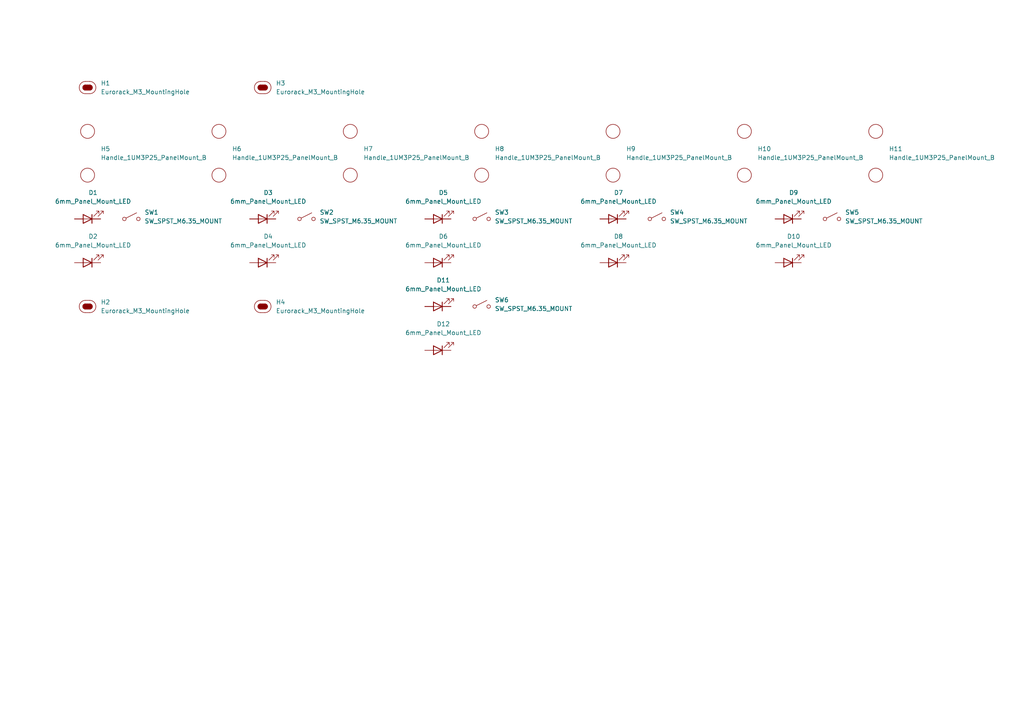
<source format=kicad_sch>
(kicad_sch (version 20250114) (generator "eeschema") (generator_version "9.0")
  (paper "A4")
  (lib_symbols
    (symbol "EXC:6mm_Panel_Mount_LED" (pin_numbers (hide yes)) (pin_names (offset 1.016) (hide yes))
      (property "Reference" "D" (at 0 2.54 0))
      (property "Value" "6mm_Panel_Mount_LED" (at 0 -3.556 0))
      (symbol "6mm_Panel_Mount_LED_0_1"
        (polyline (pts (xy -1.27 1.27) (xy -1.27 -1.27) (xy 1.27 0) (xy -1.27 1.27)) (stroke (width 0.254)))
        (polyline (pts (xy 1.27 1.27) (xy 1.27 -1.27)) (stroke (width 0.254)))
        (polyline (pts (xy 1.27 0) (xy -1.27 0)))
        (polyline (pts (xy 1.778 0.762) (xy 3.302 2.286) (xy 2.54 2.286) (xy 3.302 2.286) (xy 3.302 1.524)))
        (polyline (pts (xy 3.048 0.762) (xy 4.572 2.286) (xy 3.81 2.286) (xy 4.572 2.286) (xy 4.572 1.524)))
      )
      (symbol "6mm_Panel_Mount_LED_1_1"
        (pin passive line (at -3.81 0 0) (length 2.54) (name "A") (number "2"))
        (pin passive line (at 3.81 0 180) (length 2.54) (name "K") (number "1"))
      )
    )
    (symbol "EXC:Eurorack_M3_MountingHole" (pin_names (offset 1.016))
      (property "Reference" "H" (at 0 5.08 0))
      (property "Value" "Eurorack_M3_MountingHole" (at 0 3.175 0))
      (symbol "Eurorack_M3_MountingHole_0_1"
        (polyline (pts (xy -0.635 0.762) (xy 0.635 0.762)))
        (circle (center -0.635 0) (radius 0.762) (fill (type outline)))
        (arc (start -0.635 -0.762) (mid -1.397 0) (end -0.635 0.762))
        (arc (start -0.635 -1.778) (mid -2.413 0) (end -0.635 1.778))
        (polyline (pts (xy -0.635 -0.762) (xy 0.635 -0.762)))
        (polyline (pts (xy -0.635 -1.778) (xy 0.635 -1.778)))
        (circle (center 0 0) (radius 0.762) (fill (type outline)))
        (polyline (pts (xy 0.635 1.778) (xy -0.635 1.778)))
        (arc (start 0.6141 1.778) (mid 2.4131 0) (end 0.6141 -1.778))
        (arc (start 0.6227 0.762) (mid 1.3971 0) (end 0.6227 -0.762))
        (circle (center 0.635 0) (radius 0.762) (fill (type outline)))
      )
    )
    (symbol "EXC:Handle_1UM3P25_B"
      (property "Reference" "H" (at 0 -6.35 0))
      (property "Value" "Handle_1UM3P25_PanelMount_B" (at 0.254 -17.018 0))
      (symbol "Handle_1UM3P25_B_0_1"
        (circle (center 0 0) (radius 2.032))
        (circle (center 0 -12.7) (radius 2.032))
      )
    )
    (symbol "EXC:SW_SPDT-M6.35_Panel_Mount" (pin_names (offset 0) (hide yes))
      (property "Reference" "SW" (at 0 3.175 0))
      (property "Value" "SW_SPST_M6.35_MOUNT" (at 0 -2.032 0))
      (symbol "SW_SPDT-M6.35_Panel_Mount_0_0"
        (circle (center -2.032 0) (radius 0.508))
        (polyline (pts (xy -1.524 0.254) (xy 1.524 1.778)))
        (circle (center 2.032 0) (radius 0.508))
      )
    )
  )
  (symbol (lib_id "EXC:Eurorack_M3_MountingHole") (at 76.2 88.9 0) (unit 1)
    (property "Reference" "H4" (at 80.01 87.6299 0) (effects (justify left)))
    (property "Value" "Eurorack_M3_MountingHole" (at 80.01 90.1699 0) (effects (justify left)))
    (property "Footprint" "EXC:MountingHole_3.2mm_M3" (effects (hide yes)))
    (property "Description" "Mounting Hole without connection" (effects (hide yes)))
  )
  (symbol (lib_id "EXC:6mm_Panel_Mount_LED") (at 25.4 76.2 0) (unit 1)
    (property "Reference" "D2" (at 26.9875 68.58 0))
    (property "Value" "6mm_Panel_Mount_LED" (at 26.9875 71.12 0))
    (property "Footprint" "EXC:6mm_Panel_Mount_LED" (effects (hide yes)))
    (property "Description" "Light emitting diode" (effects (hide yes)))
  )
  (symbol (lib_id "EXC:Handle_1UM3P25_B") (at 215.9 38.1 0) (unit 1)
    (property "Reference" "H10" (at 219.71 43.1799 0) (effects (justify left)))
    (property "Value" "Handle_1UM3P25_PanelMount_B" (at 219.71 45.7199 0) (effects (justify left)))
    (property "Footprint" "EXC:Handle_1UM3P25_B" (effects (hide yes)))
  )
  (symbol (lib_id "EXC:SW_SPDT-M6.35_Panel_Mount") (at 139.7 88.9 0) (unit 1)
    (property "Reference" "SW6" (at 143.51 86.9949 0) (effects (justify left)))
    (property "Value" "SW_SPST_M6.35_MOUNT" (at 143.51 89.5349 0) (effects (justify left)))
    (property "Footprint" "EXC:SW_SPDT_M6.35_Panel_Mount" (effects (hide yes)))
    (property "Datasheet" "https://ae01.alicdn.com/kf/S30ba4cd8ca6748179fcb108112fb1d3fP.jpg" (effects (hide yes)))
    (property "Description" "Single Pole Dual-Throw (SPDT) M6.35 panel-mount switch" (effects (hide yes)))
    (property "Source" "https://www.aliexpress.com/item/4000512396094.html" (effects (hide yes)))
  )
  (symbol (lib_id "EXC:Handle_1UM3P25_B") (at 101.6 38.1 0) (unit 1)
    (property "Reference" "H7" (at 105.41 43.1799 0) (effects (justify left)))
    (property "Value" "Handle_1UM3P25_PanelMount_B" (at 105.41 45.7199 0) (effects (justify left)))
    (property "Footprint" "EXC:Handle_1UM3P25_B" (effects (hide yes)))
  )
  (symbol (lib_id "EXC:6mm_Panel_Mount_LED") (at 76.2 63.5 0) (unit 1)
    (property "Reference" "D3" (at 77.7875 55.88 0))
    (property "Value" "6mm_Panel_Mount_LED" (at 77.7875 58.42 0))
    (property "Footprint" "EXC:6mm_Panel_Mount_LED" (effects (hide yes)))
    (property "Description" "Light emitting diode" (effects (hide yes)))
  )
  (symbol (lib_id "EXC:SW_SPDT-M6.35_Panel_Mount") (at 88.9 63.5 0) (unit 1)
    (property "Reference" "SW2" (at 92.71 61.5949 0) (effects (justify left)))
    (property "Value" "SW_SPST_M6.35_MOUNT" (at 92.71 64.1349 0) (effects (justify left)))
    (property "Footprint" "EXC:SW_SPDT_M6.35_Panel_Mount" (effects (hide yes)))
    (property "Datasheet" "https://ae01.alicdn.com/kf/S30ba4cd8ca6748179fcb108112fb1d3fP.jpg" (effects (hide yes)))
    (property "Description" "Single Pole Dual-Throw (SPDT) M6.35 panel-mount switch" (effects (hide yes)))
    (property "Source" "https://www.aliexpress.com/item/4000512396094.html" (effects (hide yes)))
  )
  (symbol (lib_id "EXC:6mm_Panel_Mount_LED") (at 127 88.9 0) (unit 1)
    (property "Reference" "D11" (at 128.5875 81.28 0))
    (property "Value" "6mm_Panel_Mount_LED" (at 128.5875 83.82 0))
    (property "Footprint" "EXC:6mm_Panel_Mount_LED" (effects (hide yes)))
    (property "Description" "Light emitting diode" (effects (hide yes)))
  )
  (symbol (lib_id "EXC:6mm_Panel_Mount_LED") (at 76.2 76.2 0) (unit 1)
    (property "Reference" "D4" (at 77.7875 68.58 0))
    (property "Value" "6mm_Panel_Mount_LED" (at 77.7875 71.12 0))
    (property "Footprint" "EXC:6mm_Panel_Mount_LED" (effects (hide yes)))
    (property "Description" "Light emitting diode" (effects (hide yes)))
  )
  (symbol (lib_id "EXC:6mm_Panel_Mount_LED") (at 25.4 63.5 0) (unit 1)
    (property "Reference" "D1" (at 26.9875 55.88 0))
    (property "Value" "6mm_Panel_Mount_LED" (at 26.9875 58.42 0))
    (property "Footprint" "EXC:6mm_Panel_Mount_LED" (effects (hide yes)))
    (property "Description" "Light emitting diode" (effects (hide yes)))
  )
  (symbol (lib_id "EXC:6mm_Panel_Mount_LED") (at 127 101.6 0) (unit 1)
    (property "Reference" "D12" (at 128.5875 93.98 0))
    (property "Value" "6mm_Panel_Mount_LED" (at 128.5875 96.52 0))
    (property "Footprint" "EXC:6mm_Panel_Mount_LED" (effects (hide yes)))
    (property "Description" "Light emitting diode" (effects (hide yes)))
  )
  (symbol (lib_id "EXC:6mm_Panel_Mount_LED") (at 228.6 76.2 0) (unit 1)
    (property "Reference" "D10" (at 230.1875 68.58 0))
    (property "Value" "6mm_Panel_Mount_LED" (at 230.1875 71.12 0))
    (property "Footprint" "EXC:6mm_Panel_Mount_LED" (effects (hide yes)))
    (property "Description" "Light emitting diode" (effects (hide yes)))
  )
  (symbol (lib_id "EXC:Handle_1UM3P25_B") (at 139.7 38.1 0) (unit 1)
    (property "Reference" "H8" (at 143.51 43.1799 0) (effects (justify left)))
    (property "Value" "Handle_1UM3P25_PanelMount_B" (at 143.51 45.7199 0) (effects (justify left)))
    (property "Footprint" "EXC:Handle_1UM3P25_B" (effects (hide yes)))
  )
  (symbol (lib_id "EXC:SW_SPDT-M6.35_Panel_Mount") (at 241.3 63.5 0) (unit 1)
    (property "Reference" "SW5" (at 245.11 61.5949 0) (effects (justify left)))
    (property "Value" "SW_SPST_M6.35_MOUNT" (at 245.11 64.1349 0) (effects (justify left)))
    (property "Footprint" "EXC:SW_SPDT_M6.35_Panel_Mount" (effects (hide yes)))
    (property "Datasheet" "https://ae01.alicdn.com/kf/S30ba4cd8ca6748179fcb108112fb1d3fP.jpg" (effects (hide yes)))
    (property "Description" "Single Pole Dual-Throw (SPDT) M6.35 panel-mount switch" (effects (hide yes)))
    (property "Source" "https://www.aliexpress.com/item/4000512396094.html" (effects (hide yes)))
  )
  (symbol (lib_id "EXC:SW_SPDT-M6.35_Panel_Mount") (at 139.7 63.5 0) (unit 1)
    (property "Reference" "SW3" (at 143.51 61.5949 0) (effects (justify left)))
    (property "Value" "SW_SPST_M6.35_MOUNT" (at 143.51 64.1349 0) (effects (justify left)))
    (property "Footprint" "EXC:SW_SPDT_M6.35_Panel_Mount" (effects (hide yes)))
    (property "Datasheet" "https://ae01.alicdn.com/kf/S30ba4cd8ca6748179fcb108112fb1d3fP.jpg" (effects (hide yes)))
    (property "Description" "Single Pole Dual-Throw (SPDT) M6.35 panel-mount switch" (effects (hide yes)))
    (property "Source" "https://www.aliexpress.com/item/4000512396094.html" (effects (hide yes)))
  )
  (symbol (lib_id "EXC:Eurorack_M3_MountingHole") (at 25.4 88.9 0) (unit 1)
    (property "Reference" "H2" (at 29.21 87.6299 0) (effects (justify left)))
    (property "Value" "Eurorack_M3_MountingHole" (at 29.21 90.1699 0) (effects (justify left)))
    (property "Footprint" "EXC:MountingHole_3.2mm_M3" (effects (hide yes)))
    (property "Description" "Mounting Hole without connection" (effects (hide yes)))
  )
  (symbol (lib_id "EXC:SW_SPDT-M6.35_Panel_Mount") (at 190.5 63.5 0) (unit 1)
    (property "Reference" "SW4" (at 194.31 61.5949 0) (effects (justify left)))
    (property "Value" "SW_SPST_M6.35_MOUNT" (at 194.31 64.1349 0) (effects (justify left)))
    (property "Footprint" "EXC:SW_SPDT_M6.35_Panel_Mount" (effects (hide yes)))
    (property "Datasheet" "https://ae01.alicdn.com/kf/S30ba4cd8ca6748179fcb108112fb1d3fP.jpg" (effects (hide yes)))
    (property "Description" "Single Pole Dual-Throw (SPDT) M6.35 panel-mount switch" (effects (hide yes)))
    (property "Source" "https://www.aliexpress.com/item/4000512396094.html" (effects (hide yes)))
  )
  (symbol (lib_id "EXC:6mm_Panel_Mount_LED") (at 127 76.2 0) (unit 1)
    (property "Reference" "D6" (at 128.5875 68.58 0))
    (property "Value" "6mm_Panel_Mount_LED" (at 128.5875 71.12 0))
    (property "Footprint" "EXC:6mm_Panel_Mount_LED" (effects (hide yes)))
    (property "Description" "Light emitting diode" (effects (hide yes)))
  )
  (symbol (lib_id "EXC:Handle_1UM3P25_B") (at 63.5 38.1 0) (unit 1)
    (property "Reference" "H6" (at 67.31 43.1799 0) (effects (justify left)))
    (property "Value" "Handle_1UM3P25_PanelMount_B" (at 67.31 45.7199 0) (effects (justify left)))
    (property "Footprint" "EXC:Handle_1UM3P25_B" (effects (hide yes)))
  )
  (symbol (lib_id "EXC:Handle_1UM3P25_B") (at 25.4 38.1 0) (unit 1)
    (property "Reference" "H5" (at 29.21 43.1799 0) (effects (justify left)))
    (property "Value" "Handle_1UM3P25_PanelMount_B" (at 29.21 45.7199 0) (effects (justify left)))
    (property "Footprint" "EXC:Handle_1UM3P25_B" (effects (hide yes)))
  )
  (symbol (lib_id "EXC:6mm_Panel_Mount_LED") (at 177.8 76.2 0) (unit 1)
    (property "Reference" "D8" (at 179.3875 68.58 0))
    (property "Value" "6mm_Panel_Mount_LED" (at 179.3875 71.12 0))
    (property "Footprint" "EXC:6mm_Panel_Mount_LED" (effects (hide yes)))
    (property "Description" "Light emitting diode" (effects (hide yes)))
  )
  (symbol (lib_id "EXC:6mm_Panel_Mount_LED") (at 127 63.5 0) (unit 1)
    (property "Reference" "D5" (at 128.5875 55.88 0))
    (property "Value" "6mm_Panel_Mount_LED" (at 128.5875 58.42 0))
    (property "Footprint" "EXC:6mm_Panel_Mount_LED" (effects (hide yes)))
    (property "Description" "Light emitting diode" (effects (hide yes)))
  )
  (symbol (lib_id "EXC:Eurorack_M3_MountingHole") (at 76.2 25.4 0) (unit 1)
    (property "Reference" "H3" (at 80.01 24.1299 0) (effects (justify left)))
    (property "Value" "Eurorack_M3_MountingHole" (at 80.01 26.6699 0) (effects (justify left)))
    (property "Footprint" "EXC:MountingHole_3.2mm_M3" (effects (hide yes)))
    (property "Description" "Mounting Hole without connection" (effects (hide yes)))
  )
  (symbol (lib_id "EXC:SW_SPDT-M6.35_Panel_Mount") (at 38.1 63.5 0) (unit 1)
    (property "Reference" "SW1" (at 41.91 61.5949 0) (effects (justify left)))
    (property "Value" "SW_SPST_M6.35_MOUNT" (at 41.91 64.1349 0) (effects (justify left)))
    (property "Footprint" "EXC:SW_SPDT_M6.35_Panel_Mount" (effects (hide yes)))
    (property "Datasheet" "https://ae01.alicdn.com/kf/S30ba4cd8ca6748179fcb108112fb1d3fP.jpg" (effects (hide yes)))
    (property "Description" "Single Pole Dual-Throw (SPDT) M6.35 panel-mount switch" (effects (hide yes)))
    (property "Source" "https://www.aliexpress.com/item/4000512396094.html" (effects (hide yes)))
  )
  (symbol (lib_id "EXC:6mm_Panel_Mount_LED") (at 177.8 63.5 0) (unit 1)
    (property "Reference" "D7" (at 179.3875 55.88 0))
    (property "Value" "6mm_Panel_Mount_LED" (at 179.3875 58.42 0))
    (property "Footprint" "EXC:6mm_Panel_Mount_LED" (effects (hide yes)))
    (property "Description" "Light emitting diode" (effects (hide yes)))
  )
  (symbol (lib_id "EXC:Eurorack_M3_MountingHole") (at 25.4 25.4 0) (unit 1)
    (property "Reference" "H1" (at 29.21 24.1299 0) (effects (justify left)))
    (property "Value" "Eurorack_M3_MountingHole" (at 29.21 26.6699 0) (effects (justify left)))
    (property "Footprint" "EXC:MountingHole_3.2mm_M3" (effects (hide yes)))
    (property "Description" "Mounting Hole without connection" (effects (hide yes)))
  )
  (symbol (lib_id "EXC:6mm_Panel_Mount_LED") (at 228.6 63.5 0) (unit 1)
    (property "Reference" "D9" (at 230.1875 55.88 0))
    (property "Value" "6mm_Panel_Mount_LED" (at 230.1875 58.42 0))
    (property "Footprint" "EXC:6mm_Panel_Mount_LED" (effects (hide yes)))
    (property "Description" "Light emitting diode" (effects (hide yes)))
  )
  (symbol (lib_id "EXC:Handle_1UM3P25_B") (at 254 38.1 0) (unit 1)
    (property "Reference" "H11" (at 257.81 43.1799 0) (effects (justify left)))
    (property "Value" "Handle_1UM3P25_PanelMount_B" (at 257.81 45.7199 0) (effects (justify left)))
    (property "Footprint" "EXC:Handle_1UM3P25_B" (effects (hide yes)))
  )
  (symbol (lib_id "EXC:Handle_1UM3P25_B") (at 177.8 38.1 0) (unit 1)
    (property "Reference" "H9" (at 181.61 43.1799 0) (effects (justify left)))
    (property "Value" "Handle_1UM3P25_PanelMount_B" (at 181.61 45.7199 0) (effects (justify left)))
    (property "Footprint" "EXC:Handle_1UM3P25_B" (effects (hide yes)))
  )
)
</source>
